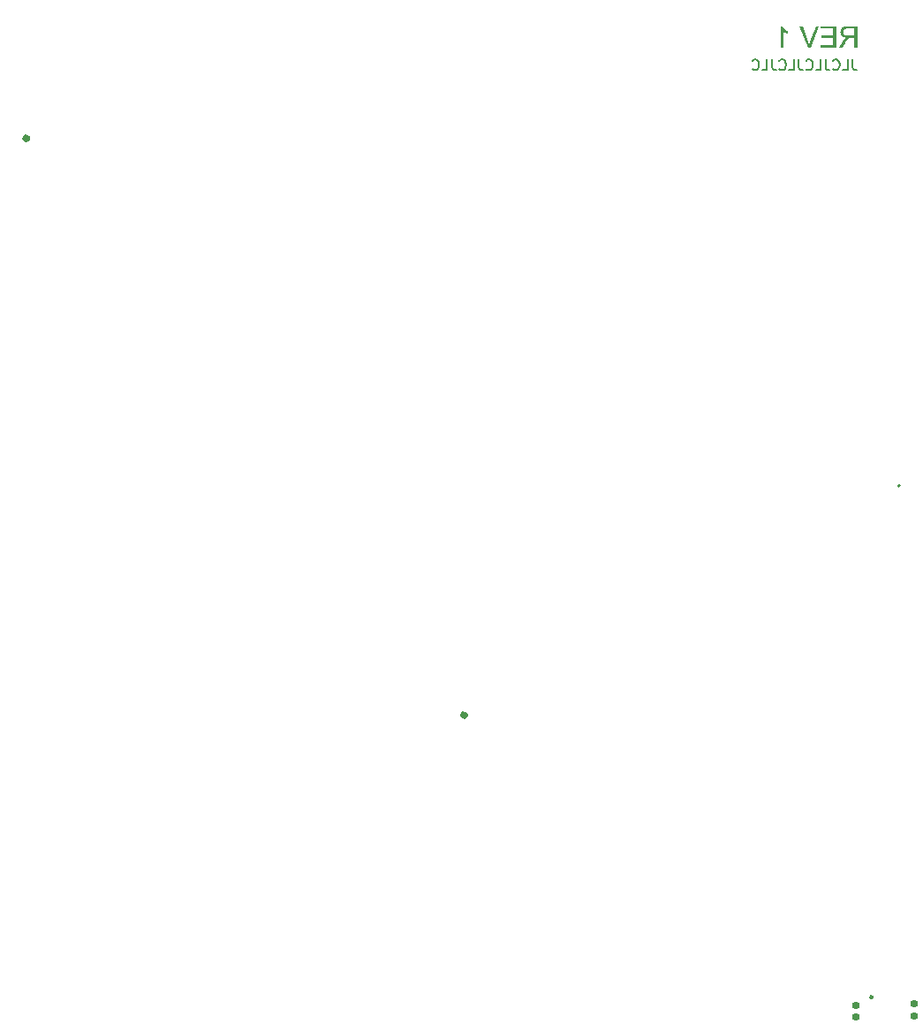
<source format=gbo>
G04 #@! TF.GenerationSoftware,KiCad,Pcbnew,7.0.1*
G04 #@! TF.CreationDate,2023-10-11T18:56:37-05:00*
G04 #@! TF.ProjectId,Audio_Board,41756469-6f5f-4426-9f61-72642e6b6963,1*
G04 #@! TF.SameCoordinates,Original*
G04 #@! TF.FileFunction,Legend,Bot*
G04 #@! TF.FilePolarity,Positive*
%FSLAX46Y46*%
G04 Gerber Fmt 4.6, Leading zero omitted, Abs format (unit mm)*
G04 Created by KiCad (PCBNEW 7.0.1) date 2023-10-11 18:56:37*
%MOMM*%
%LPD*%
G01*
G04 APERTURE LIST*
G04 Aperture macros list*
%AMRoundRect*
0 Rectangle with rounded corners*
0 $1 Rounding radius*
0 $2 $3 $4 $5 $6 $7 $8 $9 X,Y pos of 4 corners*
0 Add a 4 corners polygon primitive as box body*
4,1,4,$2,$3,$4,$5,$6,$7,$8,$9,$2,$3,0*
0 Add four circle primitives for the rounded corners*
1,1,$1+$1,$2,$3*
1,1,$1+$1,$4,$5*
1,1,$1+$1,$6,$7*
1,1,$1+$1,$8,$9*
0 Add four rect primitives between the rounded corners*
20,1,$1+$1,$2,$3,$4,$5,0*
20,1,$1+$1,$4,$5,$6,$7,0*
20,1,$1+$1,$6,$7,$8,$9,0*
20,1,$1+$1,$8,$9,$2,$3,0*%
G04 Aperture macros list end*
%ADD10C,0.150000*%
%ADD11C,0.375000*%
%ADD12C,0.200000*%
%ADD13C,0.600000*%
%ADD14C,0.238803*%
%ADD15C,3.200000*%
%ADD16C,0.650000*%
%ADD17O,1.000000X2.100000*%
%ADD18O,1.000000X1.800000*%
%ADD19C,1.300000*%
%ADD20C,2.250000*%
%ADD21C,1.000000*%
%ADD22C,2.704000*%
%ADD23RoundRect,0.155000X0.155000X-0.212500X0.155000X0.212500X-0.155000X0.212500X-0.155000X-0.212500X0*%
%ADD24R,0.250000X0.725000*%
%ADD25R,0.250000X0.775000*%
G04 APERTURE END LIST*
D10*
X250849725Y-24242619D02*
X250849725Y-24956904D01*
X250849725Y-24956904D02*
X250897344Y-25099761D01*
X250897344Y-25099761D02*
X250992582Y-25195000D01*
X250992582Y-25195000D02*
X251135439Y-25242619D01*
X251135439Y-25242619D02*
X251230677Y-25242619D01*
X249897344Y-25242619D02*
X250373534Y-25242619D01*
X250373534Y-25242619D02*
X250373534Y-24242619D01*
X248992582Y-25147380D02*
X249040201Y-25195000D01*
X249040201Y-25195000D02*
X249183058Y-25242619D01*
X249183058Y-25242619D02*
X249278296Y-25242619D01*
X249278296Y-25242619D02*
X249421153Y-25195000D01*
X249421153Y-25195000D02*
X249516391Y-25099761D01*
X249516391Y-25099761D02*
X249564010Y-25004523D01*
X249564010Y-25004523D02*
X249611629Y-24814047D01*
X249611629Y-24814047D02*
X249611629Y-24671190D01*
X249611629Y-24671190D02*
X249564010Y-24480714D01*
X249564010Y-24480714D02*
X249516391Y-24385476D01*
X249516391Y-24385476D02*
X249421153Y-24290238D01*
X249421153Y-24290238D02*
X249278296Y-24242619D01*
X249278296Y-24242619D02*
X249183058Y-24242619D01*
X249183058Y-24242619D02*
X249040201Y-24290238D01*
X249040201Y-24290238D02*
X248992582Y-24337857D01*
X248278296Y-24242619D02*
X248278296Y-24956904D01*
X248278296Y-24956904D02*
X248325915Y-25099761D01*
X248325915Y-25099761D02*
X248421153Y-25195000D01*
X248421153Y-25195000D02*
X248564010Y-25242619D01*
X248564010Y-25242619D02*
X248659248Y-25242619D01*
X247325915Y-25242619D02*
X247802105Y-25242619D01*
X247802105Y-25242619D02*
X247802105Y-24242619D01*
X246421153Y-25147380D02*
X246468772Y-25195000D01*
X246468772Y-25195000D02*
X246611629Y-25242619D01*
X246611629Y-25242619D02*
X246706867Y-25242619D01*
X246706867Y-25242619D02*
X246849724Y-25195000D01*
X246849724Y-25195000D02*
X246944962Y-25099761D01*
X246944962Y-25099761D02*
X246992581Y-25004523D01*
X246992581Y-25004523D02*
X247040200Y-24814047D01*
X247040200Y-24814047D02*
X247040200Y-24671190D01*
X247040200Y-24671190D02*
X246992581Y-24480714D01*
X246992581Y-24480714D02*
X246944962Y-24385476D01*
X246944962Y-24385476D02*
X246849724Y-24290238D01*
X246849724Y-24290238D02*
X246706867Y-24242619D01*
X246706867Y-24242619D02*
X246611629Y-24242619D01*
X246611629Y-24242619D02*
X246468772Y-24290238D01*
X246468772Y-24290238D02*
X246421153Y-24337857D01*
X245706867Y-24242619D02*
X245706867Y-24956904D01*
X245706867Y-24956904D02*
X245754486Y-25099761D01*
X245754486Y-25099761D02*
X245849724Y-25195000D01*
X245849724Y-25195000D02*
X245992581Y-25242619D01*
X245992581Y-25242619D02*
X246087819Y-25242619D01*
X244754486Y-25242619D02*
X245230676Y-25242619D01*
X245230676Y-25242619D02*
X245230676Y-24242619D01*
X243849724Y-25147380D02*
X243897343Y-25195000D01*
X243897343Y-25195000D02*
X244040200Y-25242619D01*
X244040200Y-25242619D02*
X244135438Y-25242619D01*
X244135438Y-25242619D02*
X244278295Y-25195000D01*
X244278295Y-25195000D02*
X244373533Y-25099761D01*
X244373533Y-25099761D02*
X244421152Y-25004523D01*
X244421152Y-25004523D02*
X244468771Y-24814047D01*
X244468771Y-24814047D02*
X244468771Y-24671190D01*
X244468771Y-24671190D02*
X244421152Y-24480714D01*
X244421152Y-24480714D02*
X244373533Y-24385476D01*
X244373533Y-24385476D02*
X244278295Y-24290238D01*
X244278295Y-24290238D02*
X244135438Y-24242619D01*
X244135438Y-24242619D02*
X244040200Y-24242619D01*
X244040200Y-24242619D02*
X243897343Y-24290238D01*
X243897343Y-24290238D02*
X243849724Y-24337857D01*
X243135438Y-24242619D02*
X243135438Y-24956904D01*
X243135438Y-24956904D02*
X243183057Y-25099761D01*
X243183057Y-25099761D02*
X243278295Y-25195000D01*
X243278295Y-25195000D02*
X243421152Y-25242619D01*
X243421152Y-25242619D02*
X243516390Y-25242619D01*
X242183057Y-25242619D02*
X242659247Y-25242619D01*
X242659247Y-25242619D02*
X242659247Y-24242619D01*
X241278295Y-25147380D02*
X241325914Y-25195000D01*
X241325914Y-25195000D02*
X241468771Y-25242619D01*
X241468771Y-25242619D02*
X241564009Y-25242619D01*
X241564009Y-25242619D02*
X241706866Y-25195000D01*
X241706866Y-25195000D02*
X241802104Y-25099761D01*
X241802104Y-25099761D02*
X241849723Y-25004523D01*
X241849723Y-25004523D02*
X241897342Y-24814047D01*
X241897342Y-24814047D02*
X241897342Y-24671190D01*
X241897342Y-24671190D02*
X241849723Y-24480714D01*
X241849723Y-24480714D02*
X241802104Y-24385476D01*
X241802104Y-24385476D02*
X241706866Y-24290238D01*
X241706866Y-24290238D02*
X241564009Y-24242619D01*
X241564009Y-24242619D02*
X241468771Y-24242619D01*
X241468771Y-24242619D02*
X241325914Y-24290238D01*
X241325914Y-24290238D02*
X241278295Y-24337857D01*
D11*
G36*
X251302250Y-23075000D02*
G01*
X251036026Y-23075000D01*
X251036026Y-22176186D01*
X250726814Y-22176186D01*
X250707995Y-22176272D01*
X250684479Y-22176653D01*
X250662765Y-22177340D01*
X250642851Y-22178332D01*
X250620492Y-22180002D01*
X250600948Y-22182149D01*
X250578315Y-22185956D01*
X250570570Y-22187940D01*
X250551290Y-22193703D01*
X250532130Y-22200610D01*
X250513089Y-22208662D01*
X250494167Y-22217860D01*
X250475365Y-22228202D01*
X250456682Y-22239689D01*
X250441531Y-22250245D01*
X250425877Y-22262617D01*
X250409718Y-22276806D01*
X250393056Y-22292812D01*
X250375891Y-22310634D01*
X250362686Y-22325193D01*
X250349198Y-22340773D01*
X250335426Y-22357375D01*
X250321371Y-22375000D01*
X250306814Y-22393886D01*
X250291535Y-22414275D01*
X250275536Y-22436167D01*
X250258815Y-22459561D01*
X250247266Y-22475992D01*
X250235398Y-22493091D01*
X250223208Y-22510858D01*
X250210699Y-22529292D01*
X250197868Y-22548395D01*
X250184717Y-22568165D01*
X250171246Y-22588603D01*
X250157454Y-22609709D01*
X250143341Y-22631483D01*
X250128908Y-22653925D01*
X249862683Y-23075000D01*
X249527093Y-23075000D01*
X249877826Y-22524476D01*
X249890882Y-22504534D01*
X249904037Y-22485008D01*
X249917290Y-22465898D01*
X249930644Y-22447204D01*
X249944096Y-22428926D01*
X249957648Y-22411063D01*
X249971299Y-22393617D01*
X249985049Y-22376587D01*
X249998898Y-22359973D01*
X250012847Y-22343775D01*
X250026894Y-22327992D01*
X250041041Y-22312626D01*
X250055288Y-22297676D01*
X250069633Y-22283141D01*
X250084078Y-22269023D01*
X250098622Y-22255321D01*
X250109414Y-22246053D01*
X250125179Y-22233642D01*
X250142516Y-22221170D01*
X250161426Y-22208638D01*
X250181908Y-22196044D01*
X250203962Y-22183389D01*
X250221535Y-22173858D01*
X250239992Y-22164292D01*
X250259334Y-22154692D01*
X250223714Y-22149203D01*
X250189274Y-22142870D01*
X250156013Y-22135693D01*
X250123931Y-22127673D01*
X250093029Y-22118810D01*
X250063306Y-22109103D01*
X250034762Y-22098553D01*
X250007397Y-22087159D01*
X249981212Y-22074922D01*
X249956205Y-22061842D01*
X249932378Y-22047918D01*
X249909730Y-22033151D01*
X249888262Y-22017541D01*
X249867973Y-22001087D01*
X249848862Y-21983789D01*
X249830932Y-21965648D01*
X249814132Y-21946758D01*
X249798417Y-21927333D01*
X249783785Y-21907374D01*
X249770237Y-21886880D01*
X249757773Y-21865852D01*
X249746393Y-21844290D01*
X249736097Y-21822194D01*
X249726884Y-21799563D01*
X249718755Y-21776398D01*
X249711711Y-21752699D01*
X249705749Y-21728466D01*
X249700872Y-21703698D01*
X249697079Y-21678396D01*
X249694369Y-21652560D01*
X249692744Y-21626189D01*
X249692281Y-21603192D01*
X249966731Y-21603192D01*
X249967570Y-21627876D01*
X249970089Y-21652102D01*
X249974287Y-21675870D01*
X249980164Y-21699180D01*
X249987720Y-21722032D01*
X249996956Y-21744426D01*
X250007870Y-21766362D01*
X250020464Y-21787840D01*
X250027373Y-21798224D01*
X250042349Y-21817916D01*
X250058865Y-21836173D01*
X250076924Y-21852995D01*
X250096525Y-21868383D01*
X250117667Y-21882335D01*
X250140351Y-21894852D01*
X250158376Y-21903299D01*
X250177268Y-21910938D01*
X250183788Y-21913312D01*
X250204280Y-21919983D01*
X250226171Y-21925975D01*
X250249463Y-21931288D01*
X250274154Y-21935924D01*
X250300244Y-21939881D01*
X250327734Y-21943160D01*
X250356624Y-21945760D01*
X250376662Y-21947117D01*
X250397321Y-21948172D01*
X250418603Y-21948925D01*
X250440506Y-21949378D01*
X250463032Y-21949528D01*
X251036026Y-21949528D01*
X251036026Y-21269556D01*
X250398552Y-21269556D01*
X250370996Y-21269925D01*
X250344383Y-21271029D01*
X250318713Y-21272871D01*
X250293985Y-21275449D01*
X250270200Y-21278763D01*
X250247358Y-21282814D01*
X250225458Y-21287602D01*
X250204501Y-21293126D01*
X250184486Y-21299386D01*
X250165415Y-21306384D01*
X250138574Y-21318260D01*
X250113854Y-21331794D01*
X250091256Y-21346986D01*
X250070778Y-21363834D01*
X250058179Y-21375760D01*
X250040803Y-21394407D01*
X250025257Y-21413965D01*
X250011540Y-21434433D01*
X249999652Y-21455811D01*
X249989593Y-21478099D01*
X249981362Y-21501297D01*
X249974961Y-21525406D01*
X249970389Y-21550424D01*
X249967645Y-21576353D01*
X249966731Y-21603192D01*
X249692281Y-21603192D01*
X249692202Y-21599284D01*
X249692530Y-21578392D01*
X249693514Y-21557725D01*
X249695155Y-21537283D01*
X249697453Y-21517066D01*
X249700407Y-21497074D01*
X249704017Y-21477308D01*
X249708283Y-21457766D01*
X249713207Y-21438450D01*
X249718786Y-21419359D01*
X249725022Y-21400493D01*
X249731914Y-21381853D01*
X249739463Y-21363437D01*
X249747668Y-21345247D01*
X249756529Y-21327282D01*
X249766047Y-21309542D01*
X249776221Y-21292027D01*
X249781497Y-21283408D01*
X249792381Y-21266666D01*
X249803708Y-21250584D01*
X249821528Y-21227699D01*
X249840344Y-21206300D01*
X249860157Y-21186386D01*
X249880965Y-21167958D01*
X249902769Y-21151015D01*
X249925570Y-21135557D01*
X249949366Y-21121585D01*
X249974159Y-21109099D01*
X249999948Y-21098098D01*
X250017976Y-21091414D01*
X250037011Y-21085161D01*
X250057055Y-21079339D01*
X250078105Y-21073948D01*
X250100164Y-21068989D01*
X250123229Y-21064461D01*
X250147302Y-21060364D01*
X250172383Y-21056699D01*
X250198471Y-21053464D01*
X250225567Y-21050661D01*
X250253670Y-21048290D01*
X250282781Y-21046349D01*
X250312899Y-21044840D01*
X250344025Y-21043761D01*
X250376158Y-21043115D01*
X250409299Y-21042899D01*
X251302250Y-21042899D01*
X251302250Y-23075000D01*
G37*
G36*
X249280408Y-23075000D02*
G01*
X249280408Y-21042899D01*
X247824232Y-21042899D01*
X247824232Y-21277372D01*
X249014183Y-21277372D01*
X249014183Y-21918265D01*
X247899948Y-21918265D01*
X247899948Y-22152739D01*
X249014183Y-22152739D01*
X249014183Y-22840526D01*
X247777338Y-22840526D01*
X247777338Y-23075000D01*
X249280408Y-23075000D01*
G37*
G36*
X246844330Y-23075000D02*
G01*
X247624930Y-21042899D01*
X247336235Y-21042899D01*
X246812578Y-22520568D01*
X246804782Y-22542707D01*
X246797145Y-22564669D01*
X246789669Y-22586457D01*
X246782353Y-22608068D01*
X246775198Y-22629504D01*
X246768203Y-22650765D01*
X246761368Y-22671850D01*
X246754693Y-22692759D01*
X246748178Y-22713493D01*
X246741824Y-22734052D01*
X246735631Y-22754435D01*
X246729597Y-22774642D01*
X246723724Y-22794674D01*
X246718011Y-22814530D01*
X246712458Y-22834210D01*
X246707066Y-22853715D01*
X246701146Y-22832894D01*
X246695113Y-22812072D01*
X246688965Y-22791250D01*
X246682702Y-22770429D01*
X246676325Y-22749607D01*
X246669834Y-22728785D01*
X246663228Y-22707964D01*
X246656507Y-22687142D01*
X246649672Y-22666320D01*
X246642723Y-22645498D01*
X246635659Y-22624677D01*
X246628480Y-22603855D01*
X246621187Y-22583033D01*
X246613780Y-22562212D01*
X246606258Y-22541390D01*
X246598622Y-22520568D01*
X246054449Y-21042899D01*
X245782362Y-21042899D01*
X246570778Y-23075000D01*
X246844330Y-23075000D01*
G37*
G36*
X243945167Y-23075000D02*
G01*
X244192341Y-23075000D01*
X244192341Y-21491329D01*
X244209592Y-21507540D01*
X244227821Y-21523752D01*
X244247030Y-21539964D01*
X244267217Y-21556175D01*
X244288383Y-21572387D01*
X244310528Y-21588599D01*
X244333652Y-21604810D01*
X244357755Y-21621022D01*
X244374367Y-21631830D01*
X244391414Y-21642637D01*
X244408897Y-21653445D01*
X244426814Y-21664253D01*
X244444833Y-21674832D01*
X244462619Y-21685075D01*
X244480172Y-21694982D01*
X244497492Y-21704553D01*
X244523036Y-21718280D01*
X244548056Y-21731252D01*
X244572552Y-21743468D01*
X244596525Y-21754928D01*
X244619974Y-21765633D01*
X244642899Y-21775582D01*
X244665300Y-21784775D01*
X244687177Y-21793213D01*
X244687177Y-21543108D01*
X244661431Y-21530860D01*
X244636092Y-21518295D01*
X244611162Y-21505413D01*
X244586641Y-21492214D01*
X244562527Y-21478699D01*
X244538823Y-21464867D01*
X244515526Y-21450718D01*
X244492638Y-21436252D01*
X244470158Y-21421470D01*
X244448086Y-21406371D01*
X244426423Y-21390955D01*
X244405168Y-21375222D01*
X244384322Y-21359173D01*
X244363884Y-21342806D01*
X244343854Y-21326123D01*
X244324232Y-21309124D01*
X244305170Y-21291998D01*
X244286817Y-21274937D01*
X244269175Y-21257941D01*
X244252242Y-21241010D01*
X244236019Y-21224144D01*
X244220505Y-21207343D01*
X244205702Y-21190607D01*
X244191608Y-21173935D01*
X244178225Y-21157329D01*
X244165551Y-21140787D01*
X244153587Y-21124310D01*
X244142332Y-21107898D01*
X244126782Y-21083402D01*
X244112829Y-21059051D01*
X244104414Y-21042899D01*
X243945167Y-21042899D01*
X243945167Y-23075000D01*
G37*
D12*
X255390335Y-65075000D02*
G75*
G03*
X255390335Y-65075000I-100000J0D01*
G01*
D13*
X213709881Y-87040154D02*
G75*
G03*
X213709881Y-87040154I-100000J0D01*
G01*
X171738954Y-31784000D02*
G75*
G03*
X171738954Y-31784000I-100000J0D01*
G01*
D14*
X252765536Y-114083500D02*
G75*
G03*
X252765536Y-114083500I-119401J0D01*
G01*
%LPC*%
D15*
X236753535Y-111326000D03*
X255433535Y-24355000D03*
X190723535Y-83566000D03*
D16*
X251128954Y-113306000D03*
X256908954Y-113306000D03*
D17*
X249698954Y-112806000D03*
D18*
X249698954Y-116986000D03*
D17*
X258338954Y-112806000D03*
D18*
X258338954Y-116986000D03*
D15*
X193323535Y-24336000D03*
D19*
X256290335Y-66075000D03*
X256290335Y-68075000D03*
X256290335Y-70075000D03*
X256290335Y-72075000D03*
X256290335Y-74075000D03*
X256290335Y-76075000D03*
X256290335Y-78075000D03*
X256290335Y-80075000D03*
D20*
X211717126Y-85918503D03*
X226006545Y-94168503D03*
X205367126Y-96917026D03*
X219656545Y-105167026D03*
D21*
X162288954Y-27009000D03*
X169788954Y-27009000D03*
D22*
X171688954Y-29759000D03*
X166388954Y-28509000D03*
X171688954Y-24259000D03*
D23*
X256747535Y-115882000D03*
X256747535Y-114747000D03*
X251159535Y-115983600D03*
X251159535Y-114848600D03*
D24*
X252944135Y-114874000D03*
X253444135Y-114874000D03*
X253944135Y-114874000D03*
X254444135Y-114874000D03*
X254944135Y-114874000D03*
D25*
X254944135Y-115874000D03*
X254444135Y-115874000D03*
X253944135Y-115874000D03*
X253444135Y-115874000D03*
X252944135Y-115874000D03*
M02*

</source>
